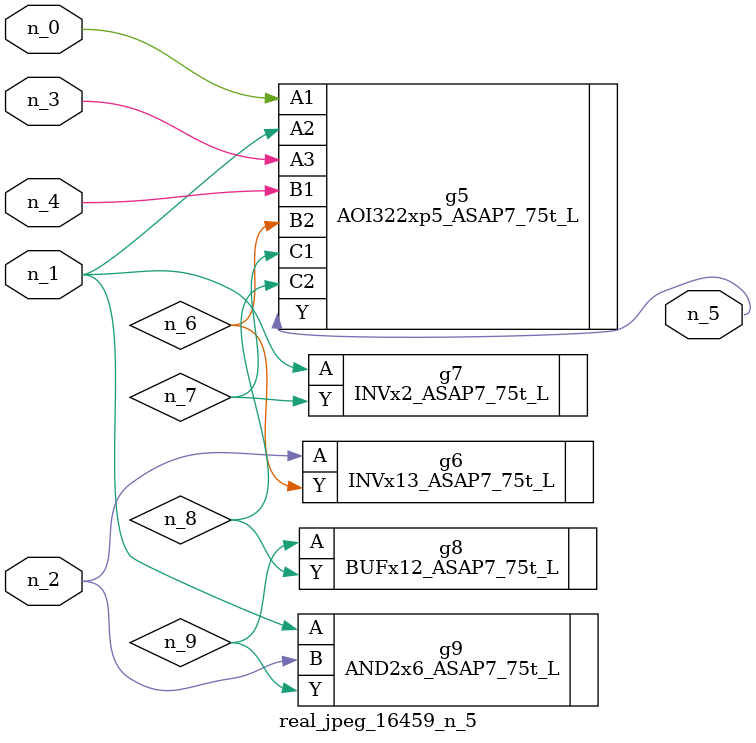
<source format=v>
module real_jpeg_16459_n_5 (n_4, n_0, n_1, n_2, n_3, n_5);

input n_4;
input n_0;
input n_1;
input n_2;
input n_3;

output n_5;

wire n_8;
wire n_6;
wire n_7;
wire n_9;

AOI322xp5_ASAP7_75t_L g5 ( 
.A1(n_0),
.A2(n_1),
.A3(n_3),
.B1(n_4),
.B2(n_6),
.C1(n_7),
.C2(n_8),
.Y(n_5)
);

INVx2_ASAP7_75t_L g7 ( 
.A(n_1),
.Y(n_7)
);

AND2x6_ASAP7_75t_L g9 ( 
.A(n_1),
.B(n_2),
.Y(n_9)
);

INVx13_ASAP7_75t_L g6 ( 
.A(n_2),
.Y(n_6)
);

BUFx12_ASAP7_75t_L g8 ( 
.A(n_9),
.Y(n_8)
);


endmodule
</source>
